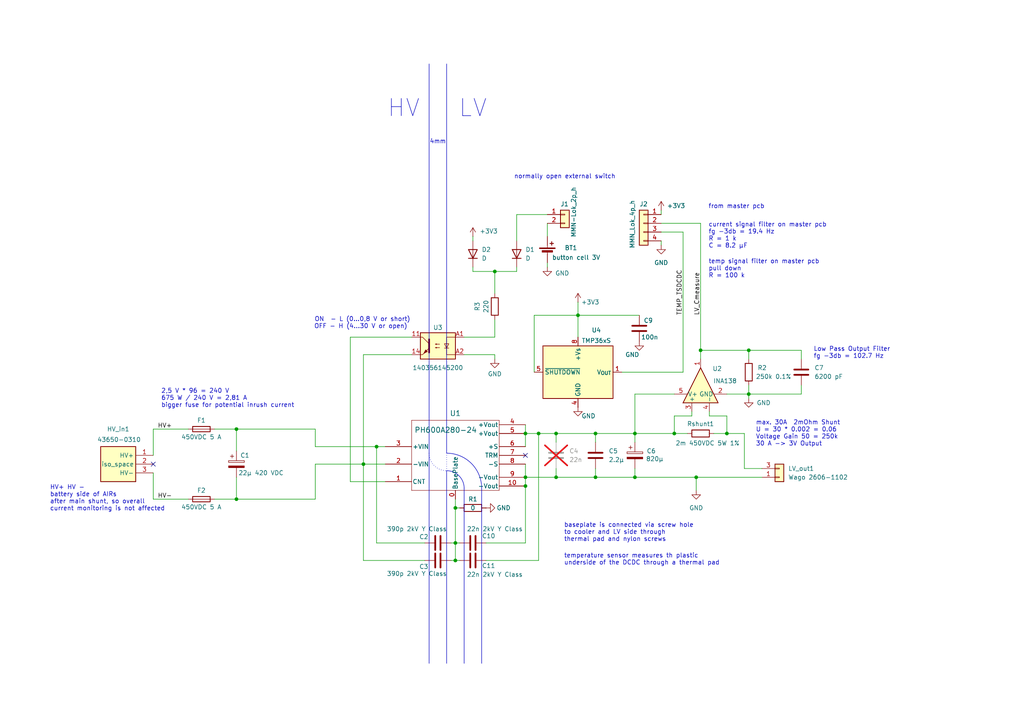
<source format=kicad_sch>
(kicad_sch (version 20231120) (generator "eeschema") (generator_version "8.0")
  (paper "A4")
  (title_block (title "TS-DCDC") (date "2024-12-09") (rev "0.2"))
  (lib_symbols
    (symbol "2024-11-18_21-41-11:PH600A280-24" (pin_names (offset 0.254))
      (property "Reference" "U" (at 20.32 -1.778 0))
      (property "Value" "PH600A280-24" (at 17.272 3.302 0))
      (symbol "PH600A280-24_0_1"
        (polyline (pts (xy 7.62 -15.24) (xy 33.02 -15.24)) (stroke (width 0.127)))
        (polyline (pts (xy 7.62 5.08) (xy 7.62 -15.24)) (stroke (width 0.127)))
        (polyline (pts (xy 33.02 -15.24) (xy 33.02 5.08)) (stroke (width 0.127)))
        (polyline (pts (xy 33.02 5.08) (xy 7.62 5.08)) (stroke (width 0.127)))
      )
      (symbol "PH600A280-24_1_1"
        (pin passive line (at 20.32 -17.78 90) (length 2.54) (name "BasePlate") (number "0"))
        (pin input line (at 0 -12.7 0) (length 7.62) (name "CNT") (number "1"))
        (pin power_out line (at 40.64 -13.97 180) (length 7.62) (name "-Vout") (number "10"))
        (pin power_in line (at 0 -7.62 0) (length 7.62) (name "-VIN") (number "2"))
        (pin power_in line (at 0 -2.54 0) (length 7.62) (name "+VIN") (number "3"))
        (pin power_out line (at 40.64 3.81 180) (length 7.62) (name "+Vout") (number "4"))
        (pin power_out line (at 40.64 1.27 180) (length 7.62) (name "+Vout") (number "5"))
        (pin input line (at 40.64 -2.54 180) (length 7.62) (name "+S") (number "6"))
        (pin input line (at 40.64 -5.08 180) (length 7.62) (name "TRM") (number "7"))
        (pin input line (at 40.64 -7.62 180) (length 7.62) (name "-S") (number "8"))
        (pin power_out line (at 40.64 -11.43 180) (length 7.62) (name "-Vout") (number "9"))
      )
    )
    (symbol "43650-0317:43650-0317"
      (property "Reference" "HV_in1" (at 10.16 -12.7 0))
      (property "Value" "43650-0317" (at 10.16 -10.16 0))
      (symbol "43650-0317_1_1"
        (rectangle (start 5.08 2.54) (end 15.24 -7.62) (stroke (width 0.254)) (fill (type background)))
        (pin power_out line (at 0 -5.08 0) (length 5.08) (name "HV+") (number "1"))
        (pin passive line (at 0 -2.54 0) (length 5.08) (name "iso_space") (number "2"))
        (pin power_out line (at 0 0 0) (length 5.08) (name "HV-") (number "3"))
      )
    )
    (symbol "Amplifier_Current:INA138" (pin_names (offset 0.127))
      (property "Reference" "U" (at 3.81 5.08 0))
      (property "Value" "INA138" (at 3.81 2.54 0))
      (symbol "INA138_0_1"
        (polyline (pts (xy -5.08 5.08) (xy 5.08 0) (xy -5.08 -5.08) (xy -5.08 5.08)) (stroke (width 0.254)) (fill (type background)))
      )
      (symbol "INA138_1_1"
        (pin output line (at 7.62 0 180) (length 2.54) (name "~") (number "1"))
        (pin power_in line (at -2.54 -7.62 90) (length 3.81) (name "GND") (number "2"))
        (pin input line (at -7.62 2.54 0) (length 2.54) (name "+") (number "3"))
        (pin input line (at -7.62 -2.54 0) (length 2.54) (name "-") (number "4"))
        (pin power_in line (at -2.54 7.62 270) (length 3.81) (name "V+") (number "5"))
      )
    )
    (symbol "Conn_01x02_1" (pin_names (offset 1.016) hide)
      (property "Reference" "LV_out1" (at 2.54 0.0001 0))
      (property "Value" "Wago 2606-1102" (at 2.54 -2.5399 0))
      (symbol "Conn_01x02_1_1_1"
        (rectangle (start -1.27 -2.413) (end 0 -2.667) (stroke (width 0.1524)))
        (rectangle (start -1.27 0.127) (end 0 -0.127) (stroke (width 0.1524)))
        (rectangle (start -1.27 1.27) (end 1.27 -3.81) (stroke (width 0.254)) (fill (type background)))
        (pin passive line (at -5.08 -2.54 0) (length 3.81) (name "Pin_2") (number "1"))
        (pin passive line (at -5.08 0 0) (length 3.81) (name "Pin_1") (number "3"))
      )
    )
    (symbol "Connector_Generic:Conn_01x02" (pin_names (offset 1.016) hide)
      (property "Reference" "J" (at 0 2.54 0))
      (property "Value" "Conn_01x02" (at 0 -5.08 0))
      (symbol "Conn_01x02_1_1"
        (rectangle (start -1.27 -2.413) (end 0 -2.667) (stroke (width 0.1524)))
        (rectangle (start -1.27 0.127) (end 0 -0.127) (stroke (width 0.1524)))
        (rectangle (start -1.27 1.27) (end 1.27 -3.81) (stroke (width 0.254)) (fill (type background)))
        (pin passive line (at -5.08 0 0) (length 3.81) (name "Pin_1") (number "1"))
        (pin passive line (at -5.08 -2.54 0) (length 3.81) (name "Pin_2") (number "2"))
      )
    )
    (symbol "Connector_Generic:Conn_01x04" (pin_names (offset 1.016) hide)
      (property "Reference" "J" (at 0 5.08 0))
      (property "Value" "Conn_01x04" (at 0 -7.62 0))
      (symbol "Conn_01x04_1_1"
        (rectangle (start -1.27 -4.953) (end 0 -5.207) (stroke (width 0.1524)))
        (rectangle (start -1.27 -2.413) (end 0 -2.667) (stroke (width 0.1524)))
        (rectangle (start -1.27 0.127) (end 0 -0.127) (stroke (width 0.1524)))
        (rectangle (start -1.27 2.667) (end 0 2.413) (stroke (width 0.1524)))
        (rectangle (start -1.27 3.81) (end 1.27 -6.35) (stroke (width 0.254)) (fill (type background)))
        (pin passive line (at -5.08 2.54 0) (length 3.81) (name "Pin_1") (number "1"))
        (pin passive line (at -5.08 0 0) (length 3.81) (name "Pin_2") (number "2"))
        (pin passive line (at -5.08 -2.54 0) (length 3.81) (name "Pin_3") (number "3"))
        (pin passive line (at -5.08 -5.08 0) (length 3.81) (name "Pin_4") (number "4"))
      )
    )
    (symbol "Device:Battery_Cell" (pin_numbers hide) (pin_names (offset 0) hide)
      (property "Reference" "BT" (at 2.54 2.54 0))
      (property "Value" "Battery_Cell" (at 2.54 0 0))
      (symbol "Battery_Cell_0_1"
        (rectangle (start -2.286 1.778) (end 2.286 1.524) (fill (type outline)))
        (rectangle (start -1.524 1.016) (end 1.524 0.508) (fill (type outline)))
        (polyline (pts (xy 0 0.762) (xy 0 0)))
        (polyline (pts (xy 0 1.778) (xy 0 2.54)))
        (polyline (pts (xy 0.762 3.048) (xy 1.778 3.048)) (stroke (width 0.254)))
        (polyline (pts (xy 1.27 3.556) (xy 1.27 2.54)) (stroke (width 0.254)))
      )
      (symbol "Battery_Cell_1_1"
        (pin passive line (at 0 5.08 270) (length 2.54) (name "+") (number "1"))
        (pin passive line (at 0 -2.54 90) (length 2.54) (name "-") (number "2"))
      )
    )
    (symbol "Device:C" (pin_numbers hide) (pin_names (offset 0.254))
      (property "Reference" "C" (at 0.635 2.54 0))
      (property "Value" "C" (at 0.635 -2.54 0))
      (symbol "C_0_1"
        (polyline (pts (xy -2.032 -0.762) (xy 2.032 -0.762)) (stroke (width 0.508)))
        (polyline (pts (xy -2.032 0.762) (xy 2.032 0.762)) (stroke (width 0.508)))
      )
      (symbol "C_1_1"
        (pin passive line (at 0 3.81 270) (length 2.794) (name "~") (number "1"))
        (pin passive line (at 0 -3.81 90) (length 2.794) (name "~") (number "2"))
      )
    )
    (symbol "Device:C_Polarized" (pin_numbers hide) (pin_names (offset 0.254))
      (property "Reference" "C" (at 0.635 2.54 0))
      (property "Value" "C_Polarized" (at 0.635 -2.54 0))
      (symbol "C_Polarized_0_1"
        (rectangle (start -2.286 0.508) (end 2.286 1.016))
        (polyline (pts (xy -1.778 2.286) (xy -0.762 2.286)))
        (polyline (pts (xy -1.27 2.794) (xy -1.27 1.778)))
        (rectangle (start 2.286 -0.508) (end -2.286 -1.016) (fill (type outline)))
      )
      (symbol "C_Polarized_1_1"
        (pin passive line (at 0 3.81 270) (length 2.794) (name "~") (number "1"))
        (pin passive line (at 0 -3.81 90) (length 2.794) (name "~") (number "2"))
      )
    )
    (symbol "Device:D" (pin_numbers hide) (pin_names (offset 1.016) hide)
      (property "Reference" "D" (at 0 2.54 0))
      (property "Value" "D" (at 0 -2.54 0))
      (symbol "D_0_1"
        (polyline (pts (xy -1.27 1.27) (xy -1.27 -1.27)) (stroke (width 0.254)))
        (polyline (pts (xy 1.27 0) (xy -1.27 0)))
        (polyline (pts (xy 1.27 1.27) (xy 1.27 -1.27) (xy -1.27 0) (xy 1.27 1.27)) (stroke (width 0.254)))
      )
      (symbol "D_1_1"
        (pin passive line (at -3.81 0 0) (length 2.54) (name "K") (number "1"))
        (pin passive line (at 3.81 0 180) (length 2.54) (name "A") (number "2"))
      )
    )
    (symbol "Device:Fuse" (pin_numbers hide) (pin_names (offset 0))
      (property "Reference" "F" (at 2.032 0 90))
      (property "Value" "Fuse" (at -1.905 0 90))
      (symbol "Fuse_0_1"
        (rectangle (start -0.762 -2.54) (end 0.762 2.54) (stroke (width 0.254)))
        (polyline (pts (xy 0 2.54) (xy 0 -2.54)))
      )
      (symbol "Fuse_1_1"
        (pin passive line (at 0 3.81 270) (length 1.27) (name "~") (number "1"))
        (pin passive line (at 0 -3.81 90) (length 1.27) (name "~") (number "2"))
      )
    )
    (symbol "Device:R" (pin_numbers hide) (pin_names (offset 0))
      (property "Reference" "R" (at 2.032 0 90))
      (property "Value" "R" (at 0 0 90))
      (symbol "R_0_1"
        (rectangle (start -1.016 -2.54) (end 1.016 2.54) (stroke (width 0.254)))
      )
      (symbol "R_1_1"
        (pin passive line (at 0 3.81 270) (length 1.27) (name "~") (number "1"))
        (pin passive line (at 0 -3.81 90) (length 1.27) (name "~") (number "2"))
      )
    )
    (symbol "Relay_SolidState:34.81-7048"
      (property "Reference" "U" (at -5.08 5.08 0))
      (property "Value" "34.81-7048" (at 0 5.08 0))
      (symbol "34.81-7048_0_1"
        (rectangle (start -5.08 3.81) (end 5.08 -3.81) (stroke (width 0.254)) (fill (type background)))
        (polyline (pts (xy -3.175 -0.635) (xy -1.905 -0.635)))
        (polyline (pts (xy 2.54 1.905) (xy 2.54 -1.905) (xy 2.54 -1.905)) (stroke (width 0.508)))
        (polyline (pts (xy -5.08 2.54) (xy -2.54 2.54) (xy -2.54 -2.54) (xy -5.08 -2.54)))
        (polyline (pts (xy -2.54 -0.635) (xy -3.175 0.635) (xy -1.905 0.635) (xy -2.54 -0.635)))
        (polyline (pts (xy -0.508 -0.508) (xy 0.762 -0.508) (xy 0.381 -0.635) (xy 0.381 -0.381) (xy 0.762 -0.508)))
        (polyline (pts (xy -0.508 0.508) (xy 0.762 0.508) (xy 0.381 0.381) (xy 0.381 0.635) (xy 0.762 0.508)))
        (polyline (pts (xy 3.048 -1.651) (xy 3.556 -1.143) (xy 4.064 -2.159) (xy 3.048 -1.651) (xy 3.048 -1.651)) (fill (type outline)))
        (polyline (pts (xy 5.08 2.54) (xy 4.445 2.54) (xy 2.54 0.635) (xy 2.54 -0.635) (xy 4.445 -2.54) (xy 5.08 -2.54)))
      )
      (symbol "34.81-7048_1_1"
        (pin passive line (at 7.62 2.54 180) (length 2.54) (name "~") (number "11"))
        (pin passive line (at 7.62 -2.54 180) (length 2.54) (name "~") (number "14"))
        (pin passive line (at -7.62 2.54 0) (length 2.54) (name "~") (number "A1"))
        (pin passive line (at -7.62 -2.54 0) (length 2.54) (name "~") (number "A2"))
      )
    )
    (symbol "Sensor_Temperature:TMP36xS"
      (property "Reference" "U" (at -8.89 8.89 0))
      (property "Value" "TMP36xS" (at 6.35 -8.89 0))
      (symbol "TMP36xS_0_1"
        (rectangle (start -10.16 7.62) (end 10.16 -7.62) (stroke (width 0.254)) (fill (type background)))
      )
      (symbol "TMP36xS_1_1"
        (pin output line (at 12.7 0 180) (length 2.54) (name "V_{OUT}") (number "1"))
        (pin power_in line (at 0 -10.16 90) (length 2.54) (name "GND") (number "4"))
        (pin input line (at -12.7 0 0) (length 2.54) (name "~{SHUTDOWN}") (number "5"))
        (pin power_in line (at 0 10.16 270) (length 2.54) (name "+Vs") (number "8"))
      )
    )
    (symbol "power:+3V3" (power) (pin_numbers hide) (pin_names (offset 0) hide)
      (property "Value" "+3V3" (at 0 3.556 0))
      (symbol "+3V3_0_1"
        (polyline (pts (xy -0.762 1.27) (xy 0 2.54)))
        (polyline (pts (xy 0 0) (xy 0 2.54)))
        (polyline (pts (xy 0 2.54) (xy 0.762 1.27)))
      )
      (symbol "+3V3_1_1"
        (pin power_in line (at 0 0 90) (length 0) (name "~") (number "1"))
      )
    )
    (symbol "power:GND" (power) (pin_numbers hide) (pin_names (offset 0) hide)
      (property "Value" "GND" (at 0 -3.81 0))
      (symbol "GND_0_1"
        (polyline (pts (xy 0 0) (xy 0 -1.27) (xy 1.27 -1.27) (xy 0 -2.54) (xy -1.27 -1.27) (xy 0 -1.27)))
      )
      (symbol "GND_1_1"
        (pin power_in line (at 0 0 270) (length 0) (name "~") (number "1"))
      )
    )
  )
  (junction (at 201.93 138.43))
  (junction (at 105.41 134.62))
  (junction (at 203.2 101.6))
  (junction (at 161.29 138.43))
  (junction (at 132.08 162.56))
  (junction (at 152.4 140.97))
  (junction (at 210.82 125.73))
  (junction (at 132.08 157.48))
  (junction (at 68.58 144.78))
  (junction (at 184.15 125.73))
  (junction (at 132.08 147.32))
  (junction (at 167.64 91.44))
  (junction (at 172.72 125.73))
  (junction (at 152.4 138.43))
  (junction (at 217.17 114.3))
  (junction (at 143.51 78.74))
  (junction (at 156.21 125.73))
  (junction (at 161.29 125.73))
  (junction (at 217.17 101.6))
  (junction (at 184.15 138.43))
  (junction (at 195.58 125.73))
  (junction (at 152.4 125.73))
  (junction (at 109.22 129.54))
  (junction (at 172.72 138.43))
  (junction (at 68.58 124.46))
  (no_connect (at 44.45 134.62))
  (no_connect (at 152.4 132.08))
  (wire (pts (xy 201.93 138.43) (xy 201.93 142.24)))
  (wire (pts (xy 149.86 62.23) (xy 149.86 69.85)))
  (wire (pts (xy 105.41 134.62) (xy 111.76 134.62)))
  (wire (pts (xy 203.2 64.77) (xy 191.77 64.77)))
  (wire (pts (xy 132.08 157.48) (xy 132.08 162.56)))
  (wire (pts (xy 109.22 157.48) (xy 109.22 129.54)))
  (wire (pts (xy 105.41 102.87) (xy 119.38 102.87)))
  (polyline (pts (xy 129.54 136.525) (xy 129.54 131.445)) (stroke (width 0) (type dot)))
  (wire (pts (xy 184.15 114.3) (xy 195.58 114.3)))
  (wire (pts (xy 137.16 78.74) (xy 137.16 77.47)))
  (wire (pts (xy 172.72 138.43) (xy 184.15 138.43)))
  (wire (pts (xy 149.86 62.23) (xy 158.75 62.23)))
  (wire (pts (xy 132.08 157.48) (xy 130.81 157.48)))
  (wire (pts (xy 62.23 124.46) (xy 68.58 124.46)))
  (wire (pts (xy 152.4 125.73) (xy 152.4 129.54)))
  (wire (pts (xy 68.58 124.46) (xy 91.44 124.46)))
  (wire (pts (xy 91.44 124.46) (xy 91.44 129.54)))
  (wire (pts (xy 105.41 162.56) (xy 123.19 162.56)))
  (wire (pts (xy 195.58 125.73) (xy 199.39 125.73)))
  (wire (pts (xy 180.34 107.95) (xy 198.12 107.95)))
  (wire (pts (xy 184.15 114.3) (xy 184.15 125.73)))
  (wire (pts (xy 200.66 119.38) (xy 200.66 120.65)))
  (wire (pts (xy 158.75 76.2) (xy 158.75 77.47)))
  (wire (pts (xy 200.66 120.65) (xy 195.58 120.65)))
  (wire (pts (xy 137.16 68.58) (xy 137.16 69.85)))
  (wire (pts (xy 161.29 125.73) (xy 172.72 125.73)))
  (wire (pts (xy 111.76 139.7) (xy 101.6 139.7)))
  (polyline (pts (xy 124.46 18.542) (xy 124.46 192.405)))
  (wire (pts (xy 132.08 147.32) (xy 133.35 147.32)))
  (wire (pts (xy 191.77 71.12) (xy 191.77 69.85)))
  (wire (pts (xy 132.08 147.32) (xy 132.08 157.48)))
  (wire (pts (xy 210.82 120.65) (xy 210.82 125.73)))
  (wire (pts (xy 152.4 125.73) (xy 156.21 125.73)))
  (wire (pts (xy 217.17 101.6) (xy 232.41 101.6)))
  (wire (pts (xy 140.97 162.56) (xy 156.21 162.56)))
  (wire (pts (xy 143.51 97.79) (xy 143.51 92.71)))
  (wire (pts (xy 109.22 129.54) (xy 111.76 129.54)))
  (wire (pts (xy 62.23 144.78) (xy 68.58 144.78)))
  (wire (pts (xy 152.4 138.43) (xy 152.4 140.97)))
  (wire (pts (xy 201.93 138.43) (xy 220.98 138.43)))
  (wire (pts (xy 172.72 125.73) (xy 184.15 125.73)))
  (wire (pts (xy 132.08 162.56) (xy 133.35 162.56)))
  (wire (pts (xy 152.4 140.97) (xy 152.4 157.48)))
  (wire (pts (xy 143.51 78.74) (xy 149.86 78.74)))
  (wire (pts (xy 172.72 125.73) (xy 172.72 128.27)))
  (wire (pts (xy 154.94 91.44) (xy 167.64 91.44)))
  (wire (pts (xy 210.82 114.3) (xy 217.17 114.3)))
  (wire (pts (xy 172.72 135.89) (xy 172.72 138.43)))
  (wire (pts (xy 210.82 120.65) (xy 205.74 120.65)))
  (wire (pts (xy 203.2 101.6) (xy 203.2 104.14)))
  (wire (pts (xy 44.45 144.78) (xy 54.61 144.78)))
  (wire (pts (xy 215.9 135.89) (xy 220.98 135.89)))
  (wire (pts (xy 140.97 157.48) (xy 152.4 157.48)))
  (wire (pts (xy 132.08 144.78) (xy 132.08 147.32)))
  (polyline (pts (xy 129.54 136.525) (xy 129.54 192.405)))
  (wire (pts (xy 232.41 104.14) (xy 232.41 101.6)))
  (wire (pts (xy 68.58 124.46) (xy 68.58 130.81)))
  (wire (pts (xy 152.4 138.43) (xy 161.29 138.43)))
  (wire (pts (xy 161.29 138.43) (xy 172.72 138.43)))
  (wire (pts (xy 195.58 120.65) (xy 195.58 125.73)))
  (wire (pts (xy 232.41 114.3) (xy 217.17 114.3)))
  (wire (pts (xy 167.64 91.44) (xy 185.42 91.44)))
  (wire (pts (xy 91.44 134.62) (xy 91.44 144.78)))
  (wire (pts (xy 156.21 125.73) (xy 156.21 162.56)))
  (polyline (pts (xy 134.62 141.605) (xy 134.62 192.405)))
  (wire (pts (xy 143.51 78.74) (xy 143.51 85.09)))
  (wire (pts (xy 123.19 157.48) (xy 109.22 157.48)))
  (wire (pts (xy 198.12 107.95) (xy 198.12 67.31)))
  (wire (pts (xy 161.29 135.89) (xy 161.29 138.43)))
  (wire (pts (xy 184.15 135.89) (xy 184.15 138.43)))
  (wire (pts (xy 134.62 97.79) (xy 143.51 97.79)))
  (wire (pts (xy 91.44 144.78) (xy 68.58 144.78)))
  (wire (pts (xy 101.6 139.7) (xy 101.6 97.79)))
  (wire (pts (xy 207.01 125.73) (xy 210.82 125.73)))
  (wire (pts (xy 232.41 111.76) (xy 232.41 114.3)))
  (wire (pts (xy 101.6 97.79) (xy 119.38 97.79)))
  (polyline (pts (xy 129.54 18.542) (xy 129.54 131.445)))
  (wire (pts (xy 184.15 125.73) (xy 195.58 125.73)))
  (wire (pts (xy 217.17 115.57) (xy 217.17 114.3)))
  (wire (pts (xy 105.41 102.87) (xy 105.41 134.62)))
  (wire (pts (xy 132.08 157.48) (xy 133.35 157.48)))
  (wire (pts (xy 91.44 129.54) (xy 109.22 129.54)))
  (wire (pts (xy 137.16 78.74) (xy 143.51 78.74)))
  (wire (pts (xy 215.9 125.73) (xy 215.9 135.89)))
  (wire (pts (xy 205.74 120.65) (xy 205.74 119.38)))
  (wire (pts (xy 91.44 134.62) (xy 105.41 134.62)))
  (wire (pts (xy 154.94 107.95) (xy 154.94 91.44)))
  (wire (pts (xy 44.45 137.16) (xy 44.45 144.78)))
  (wire (pts (xy 105.41 134.62) (xy 105.41 162.56)))
  (wire (pts (xy 143.51 102.87) (xy 143.51 104.14)))
  (wire (pts (xy 132.08 162.56) (xy 130.81 162.56)))
  (wire (pts (xy 149.86 78.74) (xy 149.86 77.47)))
  (wire (pts (xy 203.2 64.77) (xy 203.2 101.6)))
  (wire (pts (xy 217.17 101.6) (xy 217.17 104.14)))
  (wire (pts (xy 210.82 125.73) (xy 215.9 125.73)))
  (wire (pts (xy 152.4 125.73) (xy 152.4 123.19)))
  (wire (pts (xy 44.45 124.46) (xy 54.61 124.46)))
  (wire (pts (xy 203.2 101.6) (xy 217.17 101.6)))
  (wire (pts (xy 161.29 125.73) (xy 161.29 128.27)))
  (wire (pts (xy 198.12 67.31) (xy 191.77 67.31)))
  (wire (pts (xy 44.45 124.46) (xy 44.45 132.08)))
  (wire (pts (xy 217.17 111.76) (xy 217.17 114.3)))
  (wire (pts (xy 167.64 91.44) (xy 167.64 97.79)))
  (wire (pts (xy 184.15 138.43) (xy 201.93 138.43)))
  (wire (pts (xy 152.4 134.62) (xy 152.4 138.43)))
  (wire (pts (xy 158.75 64.77) (xy 158.75 68.58)))
  (wire (pts (xy 68.58 144.78) (xy 68.58 138.43)))
  (wire (pts (xy 156.21 125.73) (xy 161.29 125.73)))
  (wire (pts (xy 134.62 102.87) (xy 143.51 102.87)))
  (wire (pts (xy 191.77 60.96) (xy 191.77 62.23)))
  (polyline (pts (xy 139.7 141.605) (xy 139.7 192.405)))
  (wire (pts (xy 167.64 87.63) (xy 167.64 91.44)))
  (wire (pts (xy 184.15 125.73) (xy 184.15 128.27)))
  (arc (start 129.54 136.525) (mid 133.1321 138.0129) (end 134.62 141.605))
  (arc (start 129.54 131.445) (mid 136.7242 134.4208) (end 139.7 141.605))
  (arc (start 129.54 136.525) (mid 125.9479 135.0371) (end 124.46 131.445) (stroke (width 0) (type dot)))
  (text "temperature sensor measures th plastic \nunderside of the DCDC through a thermal pad" (at 163.576 160.528 0) (effects (font (size 1.27 1.27)) (justify left top)))
  (text " ON  - L (0...0,8 V or short)\nOFF - H (4...30 V or open)" (at 104.648 93.726 0) (effects (font (size 1.27 1.27))))
  (text "max. 30A  2mOhm Shunt \nU = 30 * 0.002 = 0.06\nVoltage Gain 50 = 250k\n30 A -> 3V Output\n" (at 219.202 125.73 0) (effects (font (size 1.27 1.27)) (justify left)))
  (text "Low Pass Output Filter\nfg -3db = 102.7 Hz" (at 235.966 102.362 0) (effects (font (size 1.27 1.27)) (justify left)))
  (text "2,5 V * 96 = 240 V\n675 W / 240 V = 2,81 A\nbigger fuse for potential inrush current\n\n" (at 46.736 116.586 0) (effects (font (size 1.27 1.27)) (justify left)))
  (text "current signal filter on master pcb\nfg -3db = 19.4 Hz\nR = 1 k\nC = 8.2 µF\n" (at 205.486 68.326 0) (effects (font (size 1.27 1.27)) (justify left)))
  (text "LV" (at 137.16 31.496 0) (effects (font (size 5 5))))
  (text "4mm" (at 127 41.148 0) (effects (font (size 1.27 1.27))))
  (text "normally open external switch" (at 163.83 50.546 0) (effects (font (size 1.27 1.27)) (justify top)))
  (text "HV" (at 117.094 31.496 0) (effects (font (size 5 5))))
  (text "HV+ HV -\nbattery side of AIRs\nafter main shunt, so overall \ncurrent monitoring is not affected" (at 14.478 144.526 0) (effects (font (size 1.27 1.27)) (justify left)))
  (text "from master pcb" (at 213.614 59.944 0) (effects (font (size 1.27 1.27))))
  (text "baseplate is connected via screw hole\nto cooler and LV side through\nthermal pad and nylon screws\n" (at 163.576 154.432 0) (effects (font (size 1.27 1.27)) (justify left)))
  (text "temp signal filter on master pcb\npull down\nR = 100 k" (at 205.486 77.978 0) (effects (font (size 1.27 1.27)) (justify left)))
  (label "LV_Cmeasure" (at 203.2 91.44 90))
  (label "HV+" (at 45.72 124.46 0))
  (label "TEMP_TSDCDC" (at 198.12 91.44 90))
  (label "HV-" (at 45.72 144.78 0))
  (symbol (lib_id "Sensor_Temperature:TMP36xS") (at 167.64 107.95 0) (unit 1)
    (property "Reference" "U4" (at 172.974 95.758 0))
    (property "Value" "TMP36xS" (at 172.974 98.806 0))
    (property "Footprint" "Package_SO:SOIC-8_3.9x4.9mm_P1.27mm" (effects (hide yes)))
    (property "Datasheet" "https://www.analog.com/media/en/technical-documentation/data-sheets/TMP35_36_37.pdf" (effects (hide yes)))
    (property "Description" "Low Voltage Temperature Sensor, SOIC-8" (effects (hide yes)))
  )
  (symbol (lib_id "power:GND") (at 201.93 142.24 0) (unit 1)
    (property "Reference" "#PWR01" (effects (hide yes)))
    (property "Value" "GND" (at 201.93 147.32 0))
    (property "Description" "Power symbol creates a global label with name \"GND\" , ground" (effects (hide yes)))
  )
  (symbol (lib_id "power:GND") (at 140.97 147.32 90) (unit 1)
    (property "Reference" "#PWR011" (effects (hide yes)))
    (property "Value" "GND" (at 144.018 147.32 90) (effects (justify right)))
    (property "Description" "Power symbol creates a global label with name \"GND\" , ground" (effects (hide yes)))
  )
  (symbol (lib_id "power:+3V3") (at 191.77 60.96 0) (mirror y) (unit 1)
    (property "Reference" "#PWR05" (effects (hide yes)))
    (property "Value" "+3V3" (at 196.088 59.69 0))
    (property "Description" "Power symbol creates a global label with name \"+3V3\"" (effects (hide yes)))
  )
  (symbol (lib_id "power:GND") (at 185.42 99.06 0) (unit 1)
    (property "Reference" "#PWR010" (effects (hide yes)))
    (property "Value" "GND" (at 183.388 102.87 0))
    (property "Description" "Power symbol creates a global label with name \"GND\" , ground" (effects (hide yes)))
  )
  (symbol (lib_id "Device:C_Polarized") (at 68.58 134.62 0) (unit 1)
    (property "Reference" "C1" (at 72.39 132.08 0) (effects (justify right)))
    (property "Value" "22µ 420 VDC" (at 82.296 137.16 0) (effects (justify right)))
    (property "Footprint" "footprints:CAPPRD500W60D1275H2200" (effects (hide yes)))
    (property "Datasheet" "https://www.mouser.de/datasheet/2/293/e_ucy-3082387.pdf" (effects (hide yes)))
    (property "Description" "Polarized capacitor" (effects (hide yes)))
  )
  (symbol (lib_id "Device:C") (at 127 157.48 90) (unit 1)
    (property "Reference" "C2" (at 122.936 155.702 90))
    (property "Value" "390p 2kV Y Class" (at 120.904 153.416 90))
    (property "Footprint" "Capacitor_SMD:C_1206_3216Metric_Pad1.33x1.80mm_HandSolder" (effects (hide yes)))
    (property "Datasheet" "https://www.mouser.de/datasheet/2/447/KEM_C1009_C0G_HV_SMD-3316207.pdf" (effects (hide yes)))
    (property "Description" "Unpolarized capacitor" (effects (hide yes)))
  )
  (symbol (lib_id "Device:C") (at 137.16 162.56 270) (unit 1)
    (property "Reference" "C11" (at 141.732 164.084 90))
    (property "Value" "22n 2kV Y Class" (at 143.51 166.624 90))
    (property "Footprint" "Capacitor_SMD:C_1206_3216Metric_Pad1.33x1.80mm_HandSolder" (effects (hide yes)))
    (property "Datasheet" "https://www.mouser.de/datasheet/2/447/KEM_C1009_C0G_HV_SMD-3316207.pdf" (effects (hide yes)))
    (property "Description" "Unpolarized capacitor" (effects (hide yes)))
  )
  (symbol (lib_id "Device:C") (at 185.42 95.25 0) (unit 1)
    (property "Reference" "C9" (at 186.69 92.964 0) (effects (justify left)))
    (property "Value" "100n" (at 185.928 97.79 0) (effects (justify left)))
    (property "Footprint" "Diode_SMD:D_0603_1608Metric_Pad1.05x0.95mm_HandSolder" (effects (hide yes)))
    (property "Description" "Unpolarized capacitor" (effects (hide yes)))
  )
  (symbol (lib_id "2024-11-18_21-41-11:PH600A280-24") (at 111.76 127 0) (unit 1)
    (property "Reference" "U1" (at 132.08 119.888 0) (effects (font (size 1.524 1.524))))
    (property "Value" "PH600A280-24" (at 129.286 124.714 0) (effects (font (size 1.524 1.524))))
    (property "Footprint" "PH300A_thru_PH600A_TDK" (effects (hide yes)))
    (property "Datasheet" "PH600A280-24" (effects (hide yes)))
  )
  (symbol (lib_id "Device:Fuse") (at 58.42 144.78 90) (unit 1)
    (property "Reference" "F2" (at 58.42 142.24 90))
    (property "Value" "450VDC 5 A" (at 58.42 147.066 90))
    (property "Footprint" "footprints:0ACG5000TE" (effects (hide yes)))
    (property "Datasheet" "https://www.mouser.de/datasheet/2/643/ds_CP_0ACG_series-2000946.pdf" (effects (hide yes)))
    (property "Description" "Fuse" (effects (hide yes)))
  )
  (symbol (lib_id "Device:D") (at 149.86 73.66 90) (unit 1)
    (property "Reference" "D1" (at 152.4 72.3899 90) (effects (justify right)))
    (property "Value" "D" (at 152.4 74.9299 90) (effects (justify right)))
    (property "Footprint" "Diode_SMD:D_0603_1608Metric_Pad1.05x0.95mm_HandSolder" (effects (hide yes)))
    (property "Description" "Diode" (effects (hide yes)))
    (property "Sim.Device" "D" (effects (hide yes)))
    (property "Sim.Pins" "1=K 2=A" (effects (hide yes)))
  )
  (symbol (lib_id "power:GND") (at 217.17 115.57 0) (unit 1)
    (property "Reference" "#PWR02" (effects (hide yes)))
    (property "Value" "GND" (at 221.488 116.84 0))
    (property "Description" "Power symbol creates a global label with name \"GND\" , ground" (effects (hide yes)))
  )
  (symbol (lib_id "Device:C") (at 232.41 107.95 0) (unit 1)
    (property "Reference" "C7" (at 236.22 106.6799 0) (effects (justify left)))
    (property "Value" "6200 pF" (at 236.22 109.2199 0) (effects (justify left)))
    (property "Footprint" "Capacitor_SMD:C_0805_2012Metric" (effects (hide yes)))
    (property "Datasheet" "https://www.mouser.de/datasheet/2/447/KEM_C1007_X8R_ULTRA_150C_SMD-3316375.pdf" (effects (hide yes)))
    (property "Description" "Unpolarized capacitor" (effects (hide yes)))
  )
  (symbol (lib_id "Device:Fuse") (at 58.42 124.46 90) (unit 1)
    (property "Reference" "F1" (at 58.42 121.92 90))
    (property "Value" "450VDC 5 A" (at 58.42 126.746 90))
    (property "Footprint" "footprints:0ACG5000TE" (effects (hide yes)))
    (property "Datasheet" "https://www.mouser.de/datasheet/2/643/ds_CP_0ACG_series-2000946.pdf" (effects (hide yes)))
    (property "Description" "Fuse" (effects (hide yes)))
  )
  (symbol (lib_id "Relay_SolidState:34.81-7048") (at 127 100.33 0) (mirror y) (unit 1)
    (property "Reference" "U3" (at 127 94.996 0))
    (property "Value" "140356145200" (at 127 106.68 0))
    (property "Footprint" "footprints:SOP254P700X210-4N" (effects (hide yes)))
    (property "Datasheet" "https://www.we-online.com/components/products/datasheet/140356145200.pdf" (effects (hide yes)))
    (property "Description" "Ultra-Slim Solid-State Relay, 0.1A, 48V DC output switching" (effects (hide yes)))
  )
  (symbol (lib_id "Device:C_Polarized") (at 184.15 132.08 0) (unit 1)
    (property "Reference" "C6" (at 190.246 130.81 0) (effects (justify right)))
    (property "Value" "820µ" (at 192.532 133.096 0) (effects (justify right)))
    (property "Footprint" "Capacitor_THT:CP_Radial_D16.0mm_P7.50mm" (effects (hide yes)))
    (property "Datasheet" "https://www.mouser.de/datasheet/2/420/7964717934d9b174c3ba48-1210810.pdf" (effects (hide yes)))
    (property "Description" "Polarized capacitor" (effects (hide yes)))
  )
  (symbol (lib_id "Device:Battery_Cell") (at 158.75 73.66 0) (unit 1)
    (property "Reference" "BT1" (at 165.608 71.882 0))
    (property "Value" "button cell 3V" (at 167.132 74.676 0))
    (property "Description" "Single-cell battery" (effects (hide yes)))
  )
  (symbol (lib_name "Conn_01x02_1") (lib_id "Connector_Generic:Conn_01x02") (at 226.06 135.89 0) (unit 1)
    (property "Reference" "LV_out1" (at 228.6 135.8899 0) (effects (justify left)))
    (property "Value" "Wago 2606-1102" (at 228.6 138.4299 0) (effects (justify left)))
    (property "Footprint" "footprints:CONN2_2606-1102_WAG" (effects (hide yes)))
    (property "Datasheet" "https://www.wago.com/de/leiterplattenanschluss/leiterplattenklemme/p/2606-1102" (effects (hide yes)))
    (property "Description" "Generic connector, single row, 01x02, script generated (kicad-library-utils/schlib/autogen/connector/)" (effects (hide yes)))
  )
  (symbol (lib_id "power:+3V3") (at 167.64 87.63 0) (unit 1)
    (property "Reference" "#PWR08" (effects (hide yes)))
    (property "Value" "+3V3" (at 171.196 87.63 0))
    (property "Description" "Power symbol creates a global label with name \"+3V3\"" (effects (hide yes)))
  )
  (symbol (lib_id "power:+3V3") (at 137.16 68.58 0) (unit 1)
    (property "Reference" "#PWR09" (effects (hide yes)))
    (property "Value" "+3V3" (at 141.732 67.056 0))
    (property "Description" "Power symbol creates a global label with name \"+3V3\"" (effects (hide yes)))
  )
  (symbol (lib_id "Connector_Generic:Conn_01x04") (at 186.69 64.77 0) (mirror y) (unit 1)
    (property "Reference" "J2" (at 186.69 59.182 0))
    (property "Value" "MMN_Lok_4p_h" (at 183.388 65.024 90))
    (property "Footprint" "FaSTTUBe_connectors:Micro_Mate-N-Lok_4p_horizontal" (effects (hide yes)))
    (property "Description" "Generic connector, single row, 01x04, script generated (kicad-library-utils/schlib/autogen/connector/)" (effects (hide yes)))
  )
  (symbol (lib_id "Device:R") (at 203.2 125.73 90) (unit 1)
    (property "Reference" "Rshunt1" (at 203.2 122.936 90))
    (property "Value" "2m 450VDC 5W 1%" (at 205.232 128.524 90))
    (property "Footprint" "Resistor_SMD:R_2512_6332Metric" (effects (hide yes)))
    (property "Datasheet" "https://www.mouser.de/datasheet/2/54/css2h_2512-1862180.pdf" (effects (hide yes)))
    (property "Description" "Resistor" (effects (hide yes)))
  )
  (symbol (lib_id "Device:C") (at 127 162.56 270) (unit 1)
    (property "Reference" "C3" (at 122.936 164.338 90))
    (property "Value" "390p 2kV Y Class" (at 120.904 166.37 90))
    (property "Footprint" "Capacitor_SMD:C_1206_3216Metric_Pad1.33x1.80mm_HandSolder" (effects (hide yes)))
    (property "Datasheet" "https://www.mouser.de/datasheet/2/447/KEM_C1009_C0G_HV_SMD-3316207.pdf" (effects (hide yes)))
    (property "Description" "Unpolarized capacitor" (effects (hide yes)))
  )
  (symbol (lib_id "Device:R") (at 217.17 107.95 0) (unit 1)
    (property "Reference" "R2" (at 219.71 106.6799 0) (effects (justify left)))
    (property "Value" "250k 0.1%" (at 219.202 109.22 0) (effects (justify left)))
    (property "Footprint" "Resistor_SMD:R_0805_2012Metric" (effects (hide yes)))
    (property "Datasheet" "https://www.mouser.de/datasheet/2/385/SEI_RNCF-3077647.pdf" (effects (hide yes)))
    (property "Description" "Resistor" (effects (hide yes)))
  )
  (symbol (lib_id "Device:R") (at 143.51 88.9 0) (unit 1)
    (property "Reference" "R3" (at 138.43 88.9 90))
    (property "Value" "220" (at 140.97 88.9 90))
    (property "Footprint" "Resistor_SMD:R_0603_1608Metric" (effects (hide yes)))
    (property "Description" "Resistor" (effects (hide yes)))
  )
  (symbol (lib_id "power:GND") (at 143.51 104.14 0) (unit 1)
    (property "Reference" "#PWR07" (effects (hide yes)))
    (property "Value" "GND" (at 143.51 108.458 0))
    (property "Description" "Power symbol creates a global label with name \"GND\" , ground" (effects (hide yes)))
  )
  (symbol (lib_id "Device:D") (at 137.16 73.66 90) (unit 1)
    (property "Reference" "D2" (at 139.7 72.3899 90) (effects (justify right)))
    (property "Value" "D" (at 139.7 74.9299 90) (effects (justify right)))
    (property "Footprint" "Diode_SMD:D_0603_1608Metric_Pad1.05x0.95mm_HandSolder" (effects (hide yes)))
    (property "Description" "Diode" (effects (hide yes)))
    (property "Sim.Device" "D" (effects (hide yes)))
    (property "Sim.Pins" "1=K 2=A" (effects (hide yes)))
  )
  (symbol (lib_id "43650-0317:43650-0317") (at 44.45 137.16 180) (unit 1)
    (property "Reference" "HV_in1" (at 34.29 124.46 0))
    (property "Value" "43650-0310" (at 34.544 127.508 0))
    (property "Footprint" "Connector_Molex:Molex_Micro-Fit_3.0_43650-0310_1x03-1MP_P3.00mm_Horizontal_PnP" (effects (hide yes)))
    (property "Datasheet" "https://www.molex.com/en-us/products/part-detail/436500310?display=pdf" (effects (hide yes)))
    (property "Description" "Micro-Fit 3.0 Vertical Header, 3.00mm Pitch, Single Row, 3 Circuits, with PCB Polarizing Peg, Glow-Wire Capable, Black" (effects (hide yes)))
    (property "Height" "9.9" (effects (hide yes)))
    (property "Mouser Part Number" "538-43650-0317" (effects (hide yes)))
    (property "Mouser Price/Stock" "https://www.mouser.co.uk/ProductDetail/Molex/43650-0317?qs=Nb99Pa9xYq%2Fi%252B%2FVbiejqUg%3D%3D" (effects (hide yes)))
    (property "Manufacturer_Name" "Molex" (effects (hide yes)))
    (property "Manufacturer_Part_Number" "43650-0317" (effects (hide yes)))
  )
  (symbol (lib_id "power:GND") (at 167.64 118.11 0) (unit 1)
    (property "Reference" "#PWR06" (effects (hide yes)))
    (property "Value" "GND" (at 170.688 120.65 0))
    (property "Description" "Power symbol creates a global label with name \"GND\" , ground" (effects (hide yes)))
  )
  (symbol (lib_id "Device:C") (at 161.29 132.08 0) (unit 1) (dnp yes)
    (property "Reference" "C4" (at 165.1 130.8099 0) (effects (justify left)))
    (property "Value" "22n" (at 165.1 133.3499 0) (effects (justify left)))
    (property "Footprint" "Capacitor_SMD:C_0603_1608Metric" (effects (hide yes)))
    (property "Description" "Unpolarized capacitor" (effects (hide yes)))
  )
  (symbol (lib_id "power:GND") (at 158.75 77.47 0) (unit 1)
    (property "Reference" "#PWR04" (effects (hide yes)))
    (property "Value" "GND" (at 163.068 79.248 0))
    (property "Description" "Power symbol creates a global label with name \"GND\" , ground" (effects (hide yes)))
  )
  (symbol (lib_id "Amplifier_Current:INA138") (at 203.2 111.76 90) (unit 1)
    (property "Reference" "U2" (at 208.026 106.934 90))
    (property "Value" "INA138" (at 210.312 110.49 90))
    (property "Footprint" "Package_TO_SOT_SMD:SOT-23-5" (effects (hide yes)))
    (property "Datasheet" "http://www.ti.com/lit/ds/symlink/ina138.pdf" (effects (hide yes)))
    (property "Description" "High-Side Measurement Current Shunt Monitor, 36V, SOT-23-5" (effects (hide yes)))
  )
  (symbol (lib_id "Device:R") (at 137.16 147.32 90) (unit 1)
    (property "Reference" "R1" (at 137.16 144.78 90))
    (property "Value" "0" (at 137.16 147.32 90))
    (property "Description" "Resistor" (effects (hide yes)))
  )
  (symbol (lib_id "Device:C") (at 137.16 157.48 90) (unit 1)
    (property "Reference" "C10" (at 141.732 155.448 90))
    (property "Value" "22n 2kV Y Class" (at 143.51 153.416 90))
    (property "Footprint" "Capacitor_SMD:C_1206_3216Metric_Pad1.33x1.80mm_HandSolder" (effects (hide yes)))
    (property "Datasheet" "https://www.mouser.de/datasheet/2/447/KEM_C1009_C0G_HV_SMD-3316207.pdf" (effects (hide yes)))
    (property "Description" "Unpolarized capacitor" (effects (hide yes)))
  )
  (symbol (lib_id "Connector_Generic:Conn_01x02") (at 163.83 62.23 0) (unit 1)
    (property "Reference" "J1" (at 162.56 59.182 0) (effects (justify left)))
    (property "Value" "MMN-Lok_2p_h" (at 166.37 68.834 90) (effects (justify left)))
    (property "Footprint" "FaSTTUBe_connectors:Micro_Mate-N-Lok_2p_horizontal" (effects (hide yes)))
    (property "Description" "Generic connector, single row, 01x02, script generated (kicad-library-utils/schlib/autogen/connector/)" (effects (hide yes)))
  )
  (symbol (lib_id "Device:C") (at 172.72 132.08 0) (unit 1)
    (property "Reference" "C5" (at 176.53 130.8099 0) (effects (justify left)))
    (property "Value" "2.2µ" (at 176.53 133.3499 0) (effects (justify left)))
    (property "Footprint" "Capacitor_SMD:C_0603_1608Metric" (effects (hide yes)))
    (property "Description" "Unpolarized capacitor" (effects (hide yes)))
  )
  (symbol (lib_id "power:GND") (at 191.77 71.12 0) (mirror y) (unit 1)
    (property "Reference" "#PWR03" (effects (hide yes)))
    (property "Value" "GND" (at 191.77 76.2 0))
    (property "Description" "Power symbol creates a global label with name \"GND\" , ground" (effects (hide yes)))
  )
)
</source>
